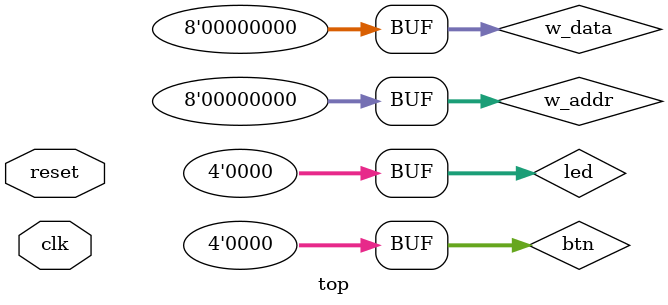
<source format=v>
module top (
    input reset,
    input clk
);

    wire [3:0] addr;
    wire [7:0] instruction;

    /* verilator lint_off UNUSED */
    reg [3:0] btn;
    reg [3:0] led;

    wire write_req;
    reg [7:0] w_addr;
    reg [7:0] w_data;
    /* verilator lint_on UNUSED */

    cpu cpu1(reset, clk, btn, led, addr, instruction);
    ram ram1(reset, clk, 0, {4'b0000, addr}, instruction, w_addr, w_data);

    initial begin
        btn = 4'b0000;
        led = 4'b0000;
        w_addr = 8'b0000_0000;
        w_data = 8'b0000_0000;
    end

    always @(posedge clk) begin
        if (reset == 1) begin
        end else begin
        end
    end

endmodule

</source>
